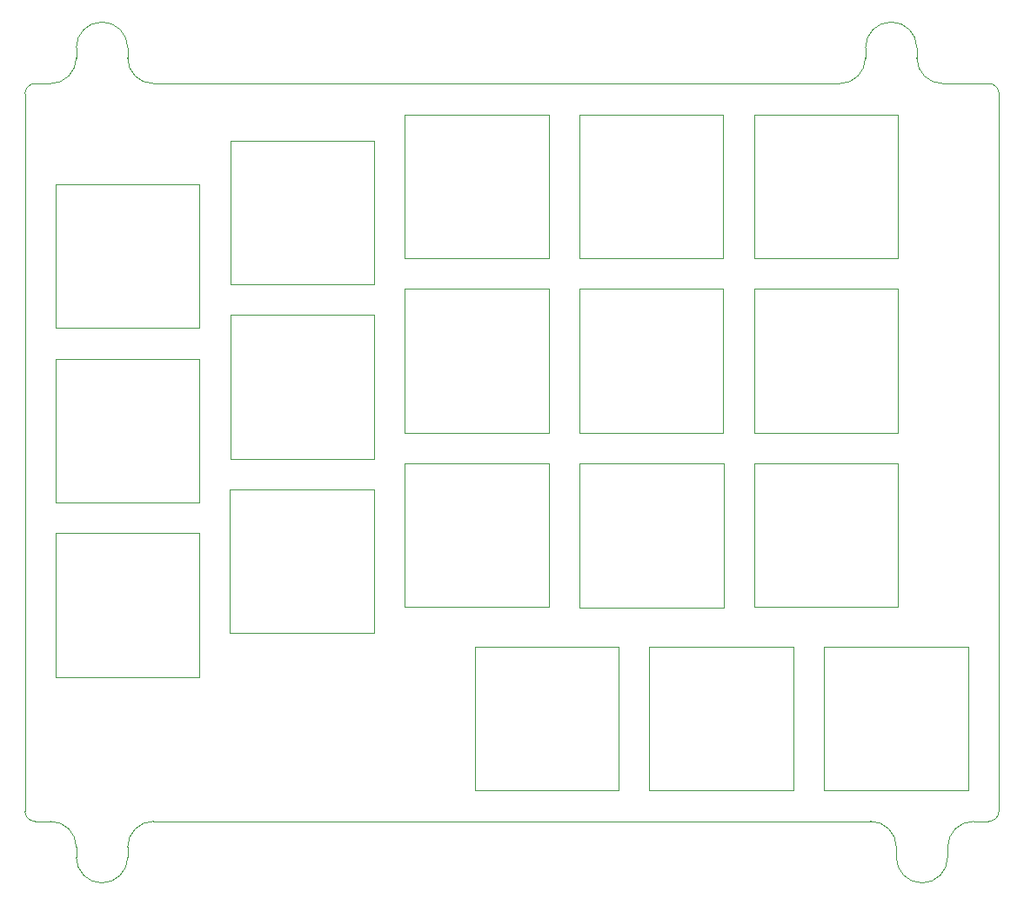
<source format=gko>
%TF.GenerationSoftware,KiCad,Pcbnew,(6.0.9)*%
%TF.CreationDate,2023-01-09T15:03:37+09:00*%
%TF.ProjectId,split-mini__switch_plate,73706c69-742d-46d6-996e-695f5f737769,rev?*%
%TF.SameCoordinates,Original*%
%TF.FileFunction,Profile,NP*%
%FSLAX46Y46*%
G04 Gerber Fmt 4.6, Leading zero omitted, Abs format (unit mm)*
G04 Created by KiCad (PCBNEW (6.0.9)) date 2023-01-09 15:03:37*
%MOMM*%
%LPD*%
G01*
G04 APERTURE LIST*
%TA.AperFunction,Profile*%
%ADD10C,0.100000*%
%TD*%
%TA.AperFunction,Profile*%
%ADD11C,0.120000*%
%TD*%
G04 APERTURE END LIST*
D10*
X22100000Y-104650000D02*
X22100000Y-105650000D01*
X103900000Y-26800000D02*
X103900000Y-27800000D01*
X96400000Y-30300000D02*
X69500000Y-30300000D01*
X18100000Y-30300000D02*
G75*
G03*
X17100000Y-31300000I0J-1000000D01*
G01*
X18100000Y-102150000D02*
X19600000Y-102150000D01*
X101900000Y-105650000D02*
G75*
G03*
X104400000Y-108150000I2500000J0D01*
G01*
X109400000Y-102150000D02*
G75*
G03*
X106900000Y-104650000I0J-2500000D01*
G01*
X24600000Y-108150000D02*
G75*
G03*
X27100000Y-105650000I0J2500000D01*
G01*
X22100000Y-105650000D02*
G75*
G03*
X24600000Y-108150000I2500000J0D01*
G01*
X17100000Y-101150000D02*
G75*
G03*
X18100000Y-102150000I1000000J0D01*
G01*
X103900000Y-27800000D02*
G75*
G03*
X106400000Y-30300000I2500000J0D01*
G01*
X17100000Y-31300000D02*
X17100000Y-101150000D01*
X110900000Y-30300000D02*
X106400000Y-30300000D01*
X106900000Y-105650000D02*
X106900000Y-104650000D01*
X22100000Y-27800000D02*
X22100000Y-26800000D01*
X24600000Y-24300000D02*
G75*
G03*
X22100000Y-26800000I0J-2500000D01*
G01*
X109400000Y-102150000D02*
X110900000Y-102150000D01*
X96400000Y-30300000D02*
G75*
G03*
X98900000Y-27800000I0J2500000D01*
G01*
X27100000Y-26800000D02*
G75*
G03*
X24600000Y-24300000I-2500000J0D01*
G01*
X19600000Y-30300000D02*
G75*
G03*
X22100000Y-27800000I0J2500000D01*
G01*
X69500000Y-30300000D02*
X29600000Y-30300000D01*
X101900000Y-104650000D02*
X101900000Y-105650000D01*
X27100000Y-26800000D02*
X27100000Y-27800000D01*
X111900000Y-101150000D02*
X111900000Y-31300000D01*
X101900000Y-104650000D02*
G75*
G03*
X99400000Y-102150000I-2500000J0D01*
G01*
X104400000Y-108150000D02*
G75*
G03*
X106900000Y-105650000I0J2500000D01*
G01*
X111900000Y-31300000D02*
G75*
G03*
X110900000Y-30300000I-999900J100D01*
G01*
X27100000Y-105650000D02*
X27100000Y-104650000D01*
X22100000Y-104650000D02*
G75*
G03*
X19600000Y-102150000I-2500000J0D01*
G01*
X27100000Y-27800000D02*
G75*
G03*
X29600000Y-30300000I2500000J0D01*
G01*
X110900000Y-102150000D02*
G75*
G03*
X111900000Y-101150000I0J1000000D01*
G01*
X101400000Y-24300000D02*
G75*
G03*
X98900000Y-26800000I0J-2500000D01*
G01*
X29600000Y-102150000D02*
G75*
G03*
X27100000Y-104650000I0J-2500000D01*
G01*
X69500000Y-102150000D02*
X99400000Y-102150000D01*
X19600000Y-30300000D02*
X18100000Y-30300000D01*
X103900000Y-26800000D02*
G75*
G03*
X101400000Y-24300000I-2500000J0D01*
G01*
X98900000Y-27800000D02*
X98900000Y-26800000D01*
X29600000Y-102150000D02*
X69500000Y-102150000D01*
D11*
%TO.C,SW15*%
X102075000Y-67300000D02*
X88075000Y-67300000D01*
X88075000Y-67300000D02*
X88075000Y-81300000D01*
X102075000Y-81300000D02*
X102075000Y-67300000D01*
X88075000Y-81300000D02*
X102075000Y-81300000D01*
%TO.C,SW7*%
X51075000Y-66850000D02*
X51075000Y-52850000D01*
X51075000Y-52850000D02*
X37075000Y-52850000D01*
X37075000Y-66850000D02*
X51075000Y-66850000D01*
X37075000Y-52850000D02*
X37075000Y-66850000D01*
%TO.C,SW3*%
X54075000Y-47300000D02*
X68075000Y-47300000D01*
X68075000Y-47300000D02*
X68075000Y-33300000D01*
X54075000Y-33300000D02*
X54075000Y-47300000D01*
X68075000Y-33300000D02*
X54075000Y-33300000D01*
%TO.C,SW6*%
X34100000Y-71100000D02*
X34100000Y-57100000D01*
X20100000Y-57100000D02*
X20100000Y-71100000D01*
X34100000Y-57100000D02*
X20100000Y-57100000D01*
X20100000Y-71100000D02*
X34100000Y-71100000D01*
%TO.C,SW17*%
X77875000Y-99150000D02*
X91875000Y-99150000D01*
X91875000Y-85150000D02*
X77875000Y-85150000D01*
X77875000Y-85150000D02*
X77875000Y-99150000D01*
X91875000Y-99150000D02*
X91875000Y-85150000D01*
%TO.C,SW14*%
X71085000Y-67315000D02*
X71085000Y-81315000D01*
X71085000Y-81315000D02*
X85085000Y-81315000D01*
X85085000Y-81315000D02*
X85085000Y-67315000D01*
X85085000Y-67315000D02*
X71085000Y-67315000D01*
%TO.C,SW9*%
X85075000Y-50300000D02*
X71075000Y-50300000D01*
X71075000Y-50300000D02*
X71075000Y-64300000D01*
X71075000Y-64300000D02*
X85075000Y-64300000D01*
X85075000Y-64300000D02*
X85075000Y-50300000D01*
%TO.C,SW8*%
X54075000Y-64300000D02*
X68075000Y-64300000D01*
X68075000Y-64300000D02*
X68075000Y-50300000D01*
X68075000Y-50300000D02*
X54075000Y-50300000D01*
X54075000Y-50300000D02*
X54075000Y-64300000D01*
%TO.C,SW10*%
X102050000Y-50300000D02*
X88050000Y-50300000D01*
X88050000Y-50300000D02*
X88050000Y-64300000D01*
X88050000Y-64300000D02*
X102050000Y-64300000D01*
X102050000Y-64300000D02*
X102050000Y-50300000D01*
%TO.C,SW11*%
X20085000Y-74080000D02*
X20085000Y-88080000D01*
X34085000Y-74080000D02*
X20085000Y-74080000D01*
X20085000Y-88080000D02*
X34085000Y-88080000D01*
X34085000Y-88080000D02*
X34085000Y-74080000D01*
%TO.C,SW1*%
X20100000Y-40075000D02*
X20100000Y-54075000D01*
X34100000Y-40075000D02*
X20100000Y-40075000D01*
X20100000Y-54075000D02*
X34100000Y-54075000D01*
X34100000Y-54075000D02*
X34100000Y-40075000D01*
%TO.C,SW12*%
X51050000Y-83825000D02*
X51050000Y-69825000D01*
X37050000Y-69825000D02*
X37050000Y-83825000D01*
X51050000Y-69825000D02*
X37050000Y-69825000D01*
X37050000Y-83825000D02*
X51050000Y-83825000D01*
%TO.C,SW5*%
X102075000Y-47300000D02*
X102075000Y-33300000D01*
X88075000Y-47300000D02*
X102075000Y-47300000D01*
X88075000Y-33300000D02*
X88075000Y-47300000D01*
X102075000Y-33300000D02*
X88075000Y-33300000D01*
%TO.C,SW2*%
X37075000Y-49850000D02*
X51075000Y-49850000D01*
X37075000Y-35850000D02*
X37075000Y-49850000D01*
X51075000Y-35850000D02*
X37075000Y-35850000D01*
X51075000Y-49850000D02*
X51075000Y-35850000D01*
%TO.C,SW13*%
X54075000Y-67275000D02*
X54075000Y-81275000D01*
X54075000Y-81275000D02*
X68075000Y-81275000D01*
X68075000Y-67275000D02*
X54075000Y-67275000D01*
X68075000Y-81275000D02*
X68075000Y-67275000D01*
%TO.C,SW16*%
X60875000Y-99150000D02*
X74875000Y-99150000D01*
X60875000Y-85150000D02*
X60875000Y-99150000D01*
X74875000Y-85150000D02*
X60875000Y-85150000D01*
X74875000Y-99150000D02*
X74875000Y-85150000D01*
%TO.C,SW4*%
X85075000Y-47300000D02*
X85075000Y-33300000D01*
X85075000Y-33300000D02*
X71075000Y-33300000D01*
X71075000Y-33300000D02*
X71075000Y-47300000D01*
X71075000Y-47300000D02*
X85075000Y-47300000D01*
%TO.C,SW18*%
X94875000Y-85150000D02*
X94875000Y-99150000D01*
X108875000Y-99150000D02*
X108875000Y-85150000D01*
X94875000Y-99150000D02*
X108875000Y-99150000D01*
X108875000Y-85150000D02*
X94875000Y-85150000D01*
%TD*%
M02*

</source>
